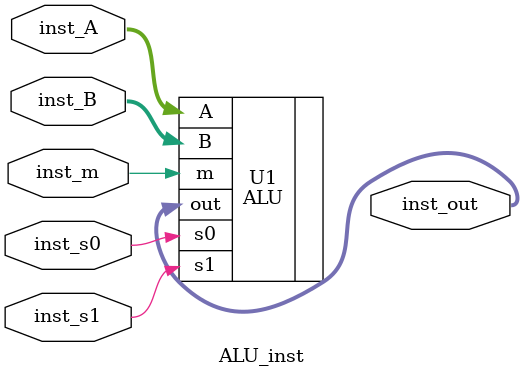
<source format=v>
module ALU_inst (inst_m, inst_s1, inst_s0, inst_A, inst_B, inst_out);
    input inst_m, inst_s1, inst_s0;
    input [3:0] inst_A, inst_B;
    output [3:0] inst_out;
    // instantiation of ALU module
    ALU U1 (.m(inst_m), .s1(inst_s1), .s0(inst_s0), .A(inst_A), .B(inst_B), .out(inst_out));
endmodule
</source>
